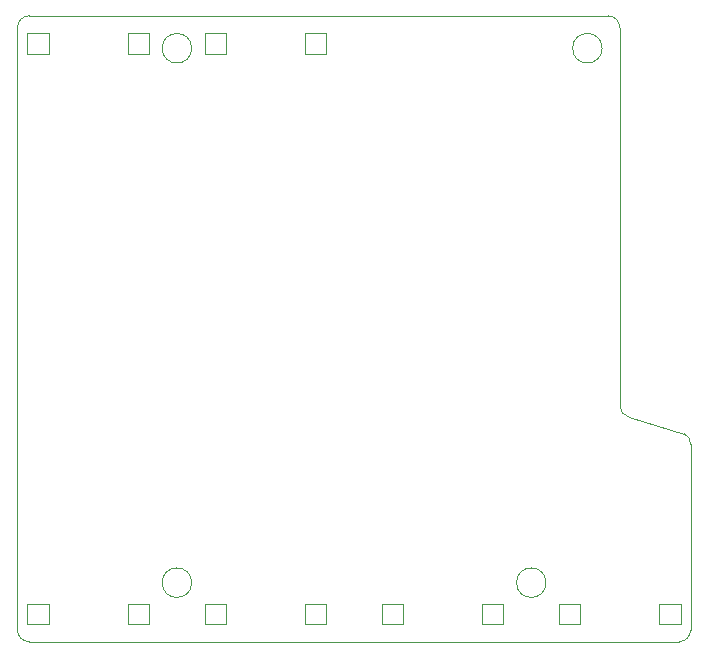
<source format=gm1>
G04 #@! TF.GenerationSoftware,KiCad,Pcbnew,7.0.2*
G04 #@! TF.CreationDate,2023-11-20T14:45:42+01:00*
G04 #@! TF.ProjectId,dsp_board,6473705f-626f-4617-9264-2e6b69636164,rev?*
G04 #@! TF.SameCoordinates,Original*
G04 #@! TF.FileFunction,Profile,NP*
%FSLAX46Y46*%
G04 Gerber Fmt 4.6, Leading zero omitted, Abs format (unit mm)*
G04 Created by KiCad (PCBNEW 7.0.2) date 2023-11-20 14:45:42*
%MOMM*%
%LPD*%
G01*
G04 APERTURE LIST*
G04 #@! TA.AperFunction,Profile*
%ADD10C,0.100000*%
G04 #@! TD*
G04 #@! TA.AperFunction,Profile*
%ADD11C,0.010000*%
G04 #@! TD*
G04 APERTURE END LIST*
D10*
X34000000Y-140500000D02*
G75*
G03*
X35000000Y-141500000I1000000J0D01*
G01*
X85000001Y-121525731D02*
G75*
G03*
X85757384Y-122470463I999999J25731D01*
G01*
X85000000Y-89500000D02*
G75*
G03*
X84000000Y-88500000I-1000000J0D01*
G01*
X35000000Y-88500000D02*
X84000000Y-88500000D01*
X48750000Y-91250000D02*
G75*
G03*
X48750000Y-91250000I-1250000J0D01*
G01*
X35000000Y-88500000D02*
G75*
G03*
X34000000Y-89500000I0J-1000000D01*
G01*
X90447214Y-123881304D02*
X85757384Y-122470463D01*
X78750000Y-136500000D02*
G75*
G03*
X78750000Y-136500000I-1250000J0D01*
G01*
X83500000Y-91250000D02*
G75*
G03*
X83500000Y-91250000I-1250000J0D01*
G01*
X90000000Y-141500000D02*
X35000000Y-141500000D01*
X85000000Y-121525731D02*
X85000000Y-89500000D01*
X48750000Y-136500000D02*
G75*
G03*
X48750000Y-136500000I-1250000J0D01*
G01*
X90000000Y-141500000D02*
G75*
G03*
X91000000Y-140500000I0J1000000D01*
G01*
X34000000Y-140500000D02*
X34000000Y-89500000D01*
X90999972Y-124775731D02*
G75*
G03*
X90447214Y-123881304I-999972J31D01*
G01*
X91000000Y-140500000D02*
X91000000Y-124775731D01*
D11*
X45150000Y-138300000D02*
X43350000Y-138300000D01*
X43350000Y-138300000D02*
X43350000Y-140000000D01*
X36650000Y-138300000D02*
X34850000Y-138300000D01*
X34850000Y-138300000D02*
X34850000Y-140000000D01*
X45150000Y-140000000D02*
X45150000Y-138300000D01*
X43350000Y-140000000D02*
X45150000Y-140000000D01*
X36650000Y-140000000D02*
X36650000Y-138300000D01*
X34850000Y-140000000D02*
X36650000Y-140000000D01*
X34850000Y-91700000D02*
X36650000Y-91700000D01*
X36650000Y-91700000D02*
X36650000Y-90000000D01*
X43350000Y-91700000D02*
X45150000Y-91700000D01*
X45150000Y-91700000D02*
X45150000Y-90000000D01*
X34850000Y-90000000D02*
X34850000Y-91700000D01*
X36650000Y-90000000D02*
X34850000Y-90000000D01*
X43350000Y-90000000D02*
X43350000Y-91700000D01*
X45150000Y-90000000D02*
X43350000Y-90000000D01*
X60150000Y-138300000D02*
X58350000Y-138300000D01*
X58350000Y-138300000D02*
X58350000Y-140000000D01*
X51650000Y-138300000D02*
X49850000Y-138300000D01*
X49850000Y-138300000D02*
X49850000Y-140000000D01*
X60150000Y-140000000D02*
X60150000Y-138300000D01*
X58350000Y-140000000D02*
X60150000Y-140000000D01*
X51650000Y-140000000D02*
X51650000Y-138300000D01*
X49850000Y-140000000D02*
X51650000Y-140000000D01*
X75150000Y-138300000D02*
X73350000Y-138300000D01*
X73350000Y-138300000D02*
X73350000Y-140000000D01*
X66650000Y-138300000D02*
X64850000Y-138300000D01*
X64850000Y-138300000D02*
X64850000Y-140000000D01*
X75150000Y-140000000D02*
X75150000Y-138300000D01*
X73350000Y-140000000D02*
X75150000Y-140000000D01*
X66650000Y-140000000D02*
X66650000Y-138300000D01*
X64850000Y-140000000D02*
X66650000Y-140000000D01*
X90150000Y-138300000D02*
X88350000Y-138300000D01*
X88350000Y-138300000D02*
X88350000Y-140000000D01*
X81650000Y-138300000D02*
X79850000Y-138300000D01*
X79850000Y-138300000D02*
X79850000Y-140000000D01*
X90150000Y-140000000D02*
X90150000Y-138300000D01*
X88350000Y-140000000D02*
X90150000Y-140000000D01*
X81650000Y-140000000D02*
X81650000Y-138300000D01*
X79850000Y-140000000D02*
X81650000Y-140000000D01*
X49850000Y-91700000D02*
X51650000Y-91700000D01*
X51650000Y-91700000D02*
X51650000Y-90000000D01*
X58350000Y-91700000D02*
X60150000Y-91700000D01*
X60150000Y-91700000D02*
X60150000Y-90000000D01*
X49850000Y-90000000D02*
X49850000Y-91700000D01*
X51650000Y-90000000D02*
X49850000Y-90000000D01*
X58350000Y-90000000D02*
X58350000Y-91700000D01*
X60150000Y-90000000D02*
X58350000Y-90000000D01*
M02*

</source>
